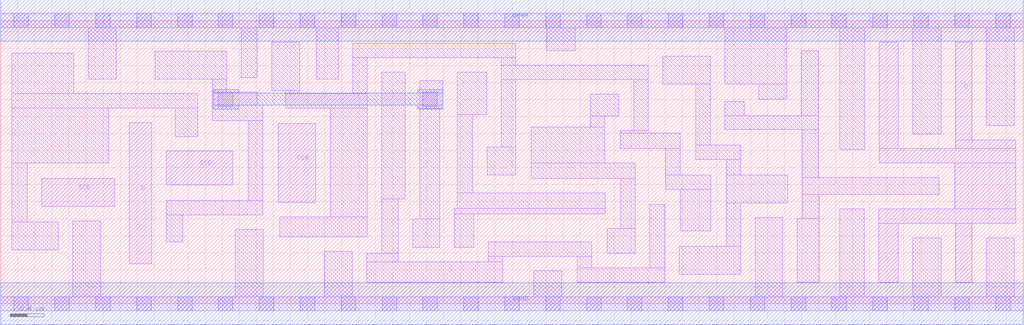
<source format=lef>
# Copyright 2020 The SkyWater PDK Authors
#
# Licensed under the Apache License, Version 2.0 (the "License");
# you may not use this file except in compliance with the License.
# You may obtain a copy of the License at
#
#     https://www.apache.org/licenses/LICENSE-2.0
#
# Unless required by applicable law or agreed to in writing, software
# distributed under the License is distributed on an "AS IS" BASIS,
# WITHOUT WARRANTIES OR CONDITIONS OF ANY KIND, either express or implied.
# See the License for the specific language governing permissions and
# limitations under the License.
#
# SPDX-License-Identifier: Apache-2.0

VERSION 5.7 ;
  NAMESCASESENSITIVE ON ;
  NOWIREEXTENSIONATPIN ON ;
  DIVIDERCHAR "/" ;
  BUSBITCHARS "[]" ;
UNITS
  DATABASE MICRONS 200 ;
END UNITS
MACRO sky130_fd_sc_lp__sdfxtp_4
  CLASS CORE ;
  FOREIGN sky130_fd_sc_lp__sdfxtp_4 ;
  ORIGIN  0.000000  0.000000 ;
  SIZE  12.00000 BY  3.330000 ;
  SYMMETRY X Y R90 ;
  SITE unit ;
  PIN D
    ANTENNAGATEAREA  0.159000 ;
    DIRECTION INPUT ;
    USE SIGNAL ;
    PORT
      LAYER li1 ;
        RECT 1.510000 0.470000 1.775000 2.130000 ;
    END
  END D
  PIN Q
    ANTENNADIFFAREA  1.176000 ;
    DIRECTION OUTPUT ;
    USE SIGNAL ;
    PORT
      LAYER li1 ;
        RECT 10.305000 0.255000 10.535000 0.945000 ;
        RECT 10.305000 0.945000 11.910000 1.115000 ;
        RECT 10.310000 1.655000 11.910000 1.825000 ;
        RECT 10.310000 1.825000 10.535000 3.075000 ;
        RECT 11.195000 1.115000 11.910000 1.655000 ;
        RECT 11.205000 0.255000 11.395000 0.945000 ;
        RECT 11.205000 1.825000 11.910000 1.925000 ;
        RECT 11.205000 1.925000 11.395000 3.075000 ;
    END
  END Q
  PIN SCD
    ANTENNAGATEAREA  0.159000 ;
    DIRECTION INPUT ;
    USE SIGNAL ;
    PORT
      LAYER li1 ;
        RECT 1.945000 1.395000 2.725000 1.795000 ;
    END
  END SCD
  PIN SCE
    ANTENNAGATEAREA  0.318000 ;
    DIRECTION INPUT ;
    USE SIGNAL ;
    PORT
      LAYER li1 ;
        RECT 0.480000 1.145000 1.340000 1.475000 ;
    END
  END SCE
  PIN CLK
    ANTENNAGATEAREA  0.159000 ;
    DIRECTION INPUT ;
    USE CLOCK ;
    PORT
      LAYER li1 ;
        RECT 3.255000 1.190000 3.695000 2.120000 ;
    END
  END CLK
  PIN VGND
    DIRECTION INOUT ;
    USE GROUND ;
    PORT
      LAYER met1 ;
        RECT 0.000000 -0.245000 12.000000 0.245000 ;
    END
  END VGND
  PIN VPWR
    DIRECTION INOUT ;
    USE POWER ;
    PORT
      LAYER met1 ;
        RECT 0.000000 3.085000 12.000000 3.575000 ;
    END
  END VPWR
  OBS
    LAYER li1 ;
      RECT  0.000000 -0.085000 12.000000 0.085000 ;
      RECT  0.000000  3.245000 12.000000 3.415000 ;
      RECT  0.130000  0.635000  0.675000 0.965000 ;
      RECT  0.130000  0.965000  0.310000 1.655000 ;
      RECT  0.130000  1.655000  1.270000 2.300000 ;
      RECT  0.130000  2.300000  2.310000 2.470000 ;
      RECT  0.130000  2.470000  0.855000 2.945000 ;
      RECT  0.845000  0.085000  1.175000 0.975000 ;
      RECT  1.025000  2.640000  1.355000 3.245000 ;
      RECT  1.815000  2.640000  2.650000 2.970000 ;
      RECT  1.945000  0.725000  2.135000 1.045000 ;
      RECT  1.945000  1.045000  3.075000 1.215000 ;
      RECT  2.050000  1.965000  2.310000 2.300000 ;
      RECT  2.480000  2.155000  3.075000 2.335000 ;
      RECT  2.480000  2.335000  3.010000 2.490000 ;
      RECT  2.480000  2.490000  2.650000 2.640000 ;
      RECT  2.750000  0.085000  3.080000 0.875000 ;
      RECT  2.820000  2.660000  3.010000 3.245000 ;
      RECT  2.905000  1.215000  3.075000 2.155000 ;
      RECT  3.180000  2.505000  3.510000 3.075000 ;
      RECT  3.275000  0.785000  4.300000 1.020000 ;
      RECT  3.340000  2.300000  4.300000 2.470000 ;
      RECT  3.340000  2.470000  3.510000 2.505000 ;
      RECT  3.700000  2.640000  3.960000 3.245000 ;
      RECT  3.795000  0.085000  4.125000 0.615000 ;
      RECT  3.865000  1.020000  4.300000 2.300000 ;
      RECT  4.130000  2.470000  4.300000 2.895000 ;
      RECT  4.130000  2.895000  6.045000 3.065000 ;
      RECT  4.295000  0.255000  5.890000 0.495000 ;
      RECT  4.295000  0.495000  4.665000 0.595000 ;
      RECT  4.470000  0.595000  4.665000 1.235000 ;
      RECT  4.470000  1.235000  4.750000 2.725000 ;
      RECT  4.835000  0.665000  5.150000 0.995000 ;
      RECT  4.920000  0.995000  5.150000 2.295000 ;
      RECT  4.920000  2.295000  5.190000 2.625000 ;
      RECT  5.320000  0.665000  5.550000 1.055000 ;
      RECT  5.320000  1.055000  7.095000 1.120000 ;
      RECT  5.360000  1.120000  7.095000 1.305000 ;
      RECT  5.360000  1.305000  5.540000 2.225000 ;
      RECT  5.360000  2.225000  5.705000 2.725000 ;
      RECT  5.710000  1.515000  6.045000 1.845000 ;
      RECT  5.720000  0.495000  5.890000 0.555000 ;
      RECT  5.720000  0.555000  6.935000 0.725000 ;
      RECT  5.875000  1.845000  6.045000 2.635000 ;
      RECT  5.875000  2.635000  7.600000 2.805000 ;
      RECT  5.875000  2.805000  6.045000 2.895000 ;
      RECT  6.225000  1.475000  7.445000 1.655000 ;
      RECT  6.225000  1.655000  7.090000 2.075000 ;
      RECT  6.255000  0.085000  6.585000 0.385000 ;
      RECT  6.410000  2.975000  6.740000 3.245000 ;
      RECT  6.765000  0.255000  7.795000 0.425000 ;
      RECT  6.765000  0.425000  6.935000 0.555000 ;
      RECT  6.920000  2.075000  7.090000 2.205000 ;
      RECT  6.920000  2.205000  7.250000 2.465000 ;
      RECT  7.115000  0.595000  7.445000 0.885000 ;
      RECT  7.270000  1.825000  7.975000 2.005000 ;
      RECT  7.270000  2.005000  7.600000 2.035000 ;
      RECT  7.275000  0.885000  7.445000 1.475000 ;
      RECT  7.430000  2.035000  7.600000 2.635000 ;
      RECT  7.615000  0.425000  7.795000 1.165000 ;
      RECT  7.770000  2.580000  8.325000 2.910000 ;
      RECT  7.805000  1.345000  8.335000 1.515000 ;
      RECT  7.805000  1.515000  7.975000 1.825000 ;
      RECT  7.965000  0.345000  8.685000 0.675000 ;
      RECT  7.975000  0.855000  8.335000 1.345000 ;
      RECT  8.155000  1.695000  8.685000 1.865000 ;
      RECT  8.155000  1.865000  8.325000 2.580000 ;
      RECT  8.495000  2.045000  9.595000 2.215000 ;
      RECT  8.495000  2.215000  8.725000 2.375000 ;
      RECT  8.495000  2.580000  9.225000 3.245000 ;
      RECT  8.515000  0.675000  8.685000 1.185000 ;
      RECT  8.515000  1.185000  9.235000 1.515000 ;
      RECT  8.515000  1.515000  8.685000 1.695000 ;
      RECT  8.855000  0.085000  9.175000 1.015000 ;
      RECT  8.895000  2.405000  9.225000 2.580000 ;
      RECT  9.345000  0.255000  9.605000 1.005000 ;
      RECT  9.395000  2.215000  9.595000 2.975000 ;
      RECT  9.405000  1.005000  9.605000 1.285000 ;
      RECT  9.405000  1.285000 11.015000 1.485000 ;
      RECT  9.405000  1.485000  9.595000 2.045000 ;
      RECT  9.845000  0.085000 10.135000 1.115000 ;
      RECT  9.845000  1.815000 10.140000 3.245000 ;
      RECT 10.705000  0.085000 11.035000 0.775000 ;
      RECT 10.705000  1.995000 11.035000 3.245000 ;
      RECT 11.565000  0.085000 11.895000 0.775000 ;
      RECT 11.565000  2.095000 11.895000 3.245000 ;
    LAYER mcon ;
      RECT  0.155000 -0.085000  0.325000 0.085000 ;
      RECT  0.155000  3.245000  0.325000 3.415000 ;
      RECT  0.635000 -0.085000  0.805000 0.085000 ;
      RECT  0.635000  3.245000  0.805000 3.415000 ;
      RECT  1.115000 -0.085000  1.285000 0.085000 ;
      RECT  1.115000  3.245000  1.285000 3.415000 ;
      RECT  1.595000 -0.085000  1.765000 0.085000 ;
      RECT  1.595000  3.245000  1.765000 3.415000 ;
      RECT  2.075000 -0.085000  2.245000 0.085000 ;
      RECT  2.075000  3.245000  2.245000 3.415000 ;
      RECT  2.555000 -0.085000  2.725000 0.085000 ;
      RECT  2.555000  2.320000  2.725000 2.490000 ;
      RECT  2.555000  3.245000  2.725000 3.415000 ;
      RECT  3.035000 -0.085000  3.205000 0.085000 ;
      RECT  3.035000  3.245000  3.205000 3.415000 ;
      RECT  3.515000 -0.085000  3.685000 0.085000 ;
      RECT  3.515000  3.245000  3.685000 3.415000 ;
      RECT  3.995000 -0.085000  4.165000 0.085000 ;
      RECT  3.995000  3.245000  4.165000 3.415000 ;
      RECT  4.475000 -0.085000  4.645000 0.085000 ;
      RECT  4.475000  3.245000  4.645000 3.415000 ;
      RECT  4.955000 -0.085000  5.125000 0.085000 ;
      RECT  4.955000  2.320000  5.125000 2.490000 ;
      RECT  4.955000  3.245000  5.125000 3.415000 ;
      RECT  5.435000 -0.085000  5.605000 0.085000 ;
      RECT  5.435000  3.245000  5.605000 3.415000 ;
      RECT  5.915000 -0.085000  6.085000 0.085000 ;
      RECT  5.915000  3.245000  6.085000 3.415000 ;
      RECT  6.395000 -0.085000  6.565000 0.085000 ;
      RECT  6.395000  3.245000  6.565000 3.415000 ;
      RECT  6.875000 -0.085000  7.045000 0.085000 ;
      RECT  6.875000  3.245000  7.045000 3.415000 ;
      RECT  7.355000 -0.085000  7.525000 0.085000 ;
      RECT  7.355000  3.245000  7.525000 3.415000 ;
      RECT  7.835000 -0.085000  8.005000 0.085000 ;
      RECT  7.835000  3.245000  8.005000 3.415000 ;
      RECT  8.315000 -0.085000  8.485000 0.085000 ;
      RECT  8.315000  3.245000  8.485000 3.415000 ;
      RECT  8.795000 -0.085000  8.965000 0.085000 ;
      RECT  8.795000  3.245000  8.965000 3.415000 ;
      RECT  9.275000 -0.085000  9.445000 0.085000 ;
      RECT  9.275000  3.245000  9.445000 3.415000 ;
      RECT  9.755000 -0.085000  9.925000 0.085000 ;
      RECT  9.755000  3.245000  9.925000 3.415000 ;
      RECT 10.235000 -0.085000 10.405000 0.085000 ;
      RECT 10.235000  3.245000 10.405000 3.415000 ;
      RECT 10.715000 -0.085000 10.885000 0.085000 ;
      RECT 10.715000  3.245000 10.885000 3.415000 ;
      RECT 11.195000 -0.085000 11.365000 0.085000 ;
      RECT 11.195000  3.245000 11.365000 3.415000 ;
      RECT 11.675000 -0.085000 11.845000 0.085000 ;
      RECT 11.675000  3.245000 11.845000 3.415000 ;
    LAYER met1 ;
      RECT 2.495000 2.290000 2.785000 2.335000 ;
      RECT 2.495000 2.335000 5.185000 2.475000 ;
      RECT 2.495000 2.475000 2.785000 2.520000 ;
      RECT 4.895000 2.290000 5.185000 2.335000 ;
      RECT 4.895000 2.475000 5.185000 2.520000 ;
  END
END sky130_fd_sc_lp__sdfxtp_4
END LIBRARY

</source>
